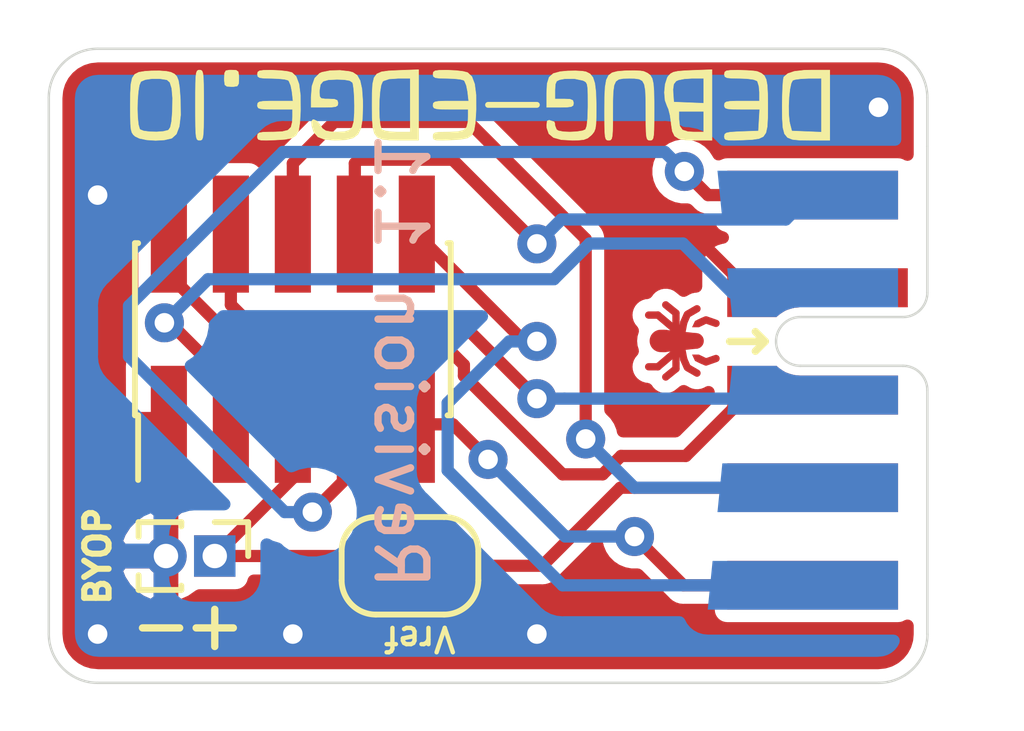
<source format=kicad_pcb>
(kicad_pcb (version 20171130) (host pcbnew 5.1.6)

  (general
    (thickness 1.6)
    (drawings 13)
    (tracks 88)
    (zones 0)
    (modules 5)
    (nets 12)
  )

  (page A4)
  (title_block
    (title "DebugEdge Adapter")
    (date 2020-08-27)
    (rev 1)
    (company debug-edge.io)
    (comment 1 "Brainchild of @tannewt, @_nitz, and @GregDavill")
  )

  (layers
    (0 F.Cu signal)
    (31 B.Cu signal)
    (32 B.Adhes user)
    (33 F.Adhes user)
    (34 B.Paste user)
    (35 F.Paste user)
    (36 B.SilkS user)
    (37 F.SilkS user)
    (38 B.Mask user)
    (39 F.Mask user)
    (40 Dwgs.User user)
    (41 Cmts.User user)
    (42 Eco1.User user)
    (43 Eco2.User user)
    (44 Edge.Cuts user)
    (45 Margin user)
    (46 B.CrtYd user)
    (47 F.CrtYd user)
    (48 B.Fab user)
    (49 F.Fab user hide)
  )

  (setup
    (last_trace_width 0.25)
    (trace_clearance 0.2)
    (zone_clearance 0.254)
    (zone_45_only no)
    (trace_min 0.2)
    (via_size 0.8)
    (via_drill 0.4)
    (via_min_size 0.4)
    (via_min_drill 0.3)
    (uvia_size 0.3)
    (uvia_drill 0.1)
    (uvias_allowed no)
    (uvia_min_size 0.2)
    (uvia_min_drill 0.1)
    (edge_width 0.05)
    (segment_width 0.2)
    (pcb_text_width 0.3)
    (pcb_text_size 1.5 1.5)
    (mod_edge_width 0.12)
    (mod_text_size 1 1)
    (mod_text_width 0.15)
    (pad_size 1.524 1.524)
    (pad_drill 0.762)
    (pad_to_mask_clearance 0.05)
    (aux_axis_origin 0 0)
    (visible_elements 7FFFFFFF)
    (pcbplotparams
      (layerselection 0x010fc_ffffffff)
      (usegerberextensions false)
      (usegerberattributes true)
      (usegerberadvancedattributes true)
      (creategerberjobfile true)
      (excludeedgelayer true)
      (linewidth 0.100000)
      (plotframeref false)
      (viasonmask false)
      (mode 1)
      (useauxorigin false)
      (hpglpennumber 1)
      (hpglpenspeed 20)
      (hpglpendiameter 15.000000)
      (psnegative false)
      (psa4output false)
      (plotreference true)
      (plotvalue true)
      (plotinvisibletext false)
      (padsonsilk false)
      (subtractmaskfromsilk false)
      (outputformat 1)
      (mirror false)
      (drillshape 1)
      (scaleselection 1)
      (outputdirectory ""))
  )

  (net 0 "")
  (net 1 /~RESET~)
  (net 2 GND)
  (net 3 /SWCLK)
  (net 4 /SWDIO)
  (net 5 VCC)
  (net 6 "Net-(J1-Pad7)")
  (net 7 "Net-(J1-Pad10)")
  (net 8 "Net-(J1-Pad9)")
  (net 9 "Net-(J1-Pad8)")
  (net 10 "Net-(J1-Pad6)")
  (net 11 "Net-(J2-Pad5)")

  (net_class Default "This is the default net class."
    (clearance 0.2)
    (trace_width 0.25)
    (via_dia 0.8)
    (via_drill 0.4)
    (uvia_dia 0.3)
    (uvia_drill 0.1)
    (add_net /SWCLK)
    (add_net /SWDIO)
    (add_net /~RESET~)
    (add_net GND)
    (add_net "Net-(J1-Pad10)")
    (add_net "Net-(J1-Pad6)")
    (add_net "Net-(J1-Pad7)")
    (add_net "Net-(J1-Pad8)")
    (add_net "Net-(J1-Pad9)")
    (add_net "Net-(J2-Pad5)")
    (add_net VCC)
  )

  (module Connector_DebugEdge:DebugEdge_2x05_Host (layer F.Cu) (tedit 5F5EA31C) (tstamp 5F70300B)
    (at 170 95 270)
    (path /5F46B9DC)
    (attr virtual)
    (fp_text reference J2 (at 0.05 -3.2 180 unlocked) (layer F.Fab)
      (effects (font (size 0.5 0.5) (thickness 0.125)))
    )
    (fp_text value DebugEdge_02x05 (at -1.2 -2 90) (layer F.Fab)
      (effects (font (size 1 1) (thickness 0.15)))
    )
    (fp_arc (start 0 0.5) (end 0 0) (angle -90) (layer Edge.Cuts) (width 0.05))
    (fp_arc (start -2 0.5) (end -1.5 0.5) (angle -90) (layer Edge.Cuts) (width 0.05))
    (fp_arc (start -1 2.6) (end -1.5 2.6) (angle -180) (layer Edge.Cuts) (width 0.05))
    (fp_line (start -1.01 5.51) (end -1.01 4.74) (layer F.Cu) (width 0.32))
    (fp_line (start -0.65 4.33) (end -0.58 4.53) (layer F.Cu) (width 0.15))
    (fp_line (start -0.58 4.54) (end -0.64 4.67) (layer F.Cu) (width 0.15))
    (fp_poly (pts (xy -0.67 4.56) (xy -0.73 4.68) (xy -0.73 4.82) (xy -0.6 4.76)
      (xy -0.53 4.61) (xy -0.62 4.64)) (layer F.Cu) (width 0.001))
    (fp_line (start -0.35 4.72) (end -0.46 4.91) (layer F.Cu) (width 0.15))
    (fp_line (start -0.63 4.99) (end -0.47 4.92) (layer F.Cu) (width 0.15))
    (fp_line (start -0.63 4.99) (end -0.89 5.04) (layer F.Cu) (width 0.15))
    (fp_line (start -0.27 5.36) (end -0.44 5.15) (layer F.Cu) (width 0.15))
    (fp_line (start -0.81 5.15) (end -0.44 5.15) (layer F.Cu) (width 0.15))
    (fp_line (start -0.48 5.71) (end -0.48 5.52) (layer F.Cu) (width 0.15))
    (fp_line (start -0.76 5.19) (end -0.48 5.52) (layer F.Cu) (width 0.15))
    (fp_line (start -0.93 5.4) (end -1 4.74) (layer F.Cu) (width 0.3))
    (fp_line (start -1 4.05) (end -1 3.323) (layer F.SilkS) (width 0.153))
    (fp_line (start -0.8 3.523) (end -1 3.323) (layer F.SilkS) (width 0.153))
    (fp_line (start -1 3.323) (end -1.2 3.523) (layer F.SilkS) (width 0.153))
    (fp_line (start -1.5 0.5) (end -1.5 2.6) (layer Edge.Cuts) (width 0.05))
    (fp_line (start -0.5 2.6) (end -0.5 0.5) (layer Edge.Cuts) (width 0.05))
    (fp_line (start -5 0) (end -2 0) (layer Edge.Cuts) (width 0.05))
    (fp_line (start 0 0) (end 5 0) (layer Edge.Cuts) (width 0.05))
    (fp_line (start -5 5) (end 5 5) (layer F.CrtYd) (width 0.05))
    (fp_line (start 5 5) (end 5 -0.5) (layer F.CrtYd) (width 0.05))
    (fp_line (start 5 -0.5) (end -5 -0.5) (layer F.CrtYd) (width 0.05))
    (fp_line (start -5 -0.5) (end -5 5) (layer F.CrtYd) (width 0.05))
    (fp_line (start 5 5) (end -5 5) (layer B.CrtYd) (width 0.05))
    (fp_line (start -5 5) (end -5 -0.5) (layer B.CrtYd) (width 0.05))
    (fp_line (start -5 -0.5) (end 5 -0.5) (layer B.CrtYd) (width 0.05))
    (fp_line (start 5 -0.5) (end 5 5) (layer B.CrtYd) (width 0.05))
    (fp_line (start -1.37 4.33) (end -1.44 4.53) (layer F.Cu) (width 0.15))
    (fp_line (start -1.44 4.54) (end -1.38 4.67) (layer F.Cu) (width 0.15))
    (fp_poly (pts (xy -1.35 4.56) (xy -1.29 4.68) (xy -1.29 4.82) (xy -1.42 4.76)
      (xy -1.49 4.61) (xy -1.4 4.64)) (layer F.Cu) (width 0.001))
    (fp_line (start -1.67 4.72) (end -1.56 4.91) (layer F.Cu) (width 0.15))
    (fp_line (start -1.39 4.99) (end -1.55 4.92) (layer F.Cu) (width 0.15))
    (fp_line (start -1.39 4.99) (end -1.13 5.04) (layer F.Cu) (width 0.15))
    (fp_line (start -1.75 5.36) (end -1.58 5.15) (layer F.Cu) (width 0.15))
    (fp_line (start -1.21 5.15) (end -1.58 5.15) (layer F.Cu) (width 0.15))
    (fp_line (start -1.54 5.71) (end -1.54 5.52) (layer F.Cu) (width 0.15))
    (fp_line (start -1.26 5.19) (end -1.54 5.52) (layer F.Cu) (width 0.15))
    (fp_line (start -1.09 5.4) (end -1.02 4.74) (layer F.Cu) (width 0.3))
    (fp_line (start -1.01 5.46) (end -1.01 5.39) (layer F.Cu) (width 0.46))
    (fp_line (start -0.35 4.72) (end -0.46 4.91) (layer F.Mask) (width 0.15))
    (fp_line (start -0.63 4.99) (end -0.47 4.92) (layer F.Mask) (width 0.15))
    (fp_line (start -0.63 4.99) (end -0.89 5.04) (layer F.Mask) (width 0.15))
    (fp_line (start -0.27 5.36) (end -0.44 5.15) (layer F.Mask) (width 0.15))
    (fp_line (start -0.81 5.15) (end -0.44 5.15) (layer F.Mask) (width 0.15))
    (fp_line (start -0.48 5.71) (end -0.48 5.52) (layer F.Mask) (width 0.15))
    (fp_line (start -0.76 5.19) (end -0.48 5.52) (layer F.Mask) (width 0.15))
    (fp_line (start -0.93 5.4) (end -1 4.74) (layer F.Mask) (width 0.3))
    (fp_line (start -1.37 4.33) (end -1.44 4.53) (layer F.Mask) (width 0.15))
    (fp_line (start -1.44 4.54) (end -1.38 4.67) (layer F.Mask) (width 0.15))
    (fp_poly (pts (xy -1.35 4.56) (xy -1.29 4.68) (xy -1.29 4.82) (xy -1.42 4.76)
      (xy -1.49 4.61) (xy -1.4 4.64)) (layer F.Mask) (width 0.001))
    (fp_line (start -1.67 4.72) (end -1.56 4.91) (layer F.Mask) (width 0.15))
    (fp_line (start -1.39 4.99) (end -1.55 4.92) (layer F.Mask) (width 0.15))
    (fp_line (start -1.39 4.99) (end -1.13 5.04) (layer F.Mask) (width 0.15))
    (fp_line (start -1.75 5.36) (end -1.58 5.15) (layer F.Mask) (width 0.15))
    (fp_line (start -1.21 5.15) (end -1.58 5.15) (layer F.Mask) (width 0.15))
    (fp_line (start -1.54 5.71) (end -1.54 5.52) (layer F.Mask) (width 0.15))
    (fp_line (start -1.26 5.19) (end -1.54 5.52) (layer F.Mask) (width 0.15))
    (fp_line (start -1.09 5.4) (end -1.02 4.74) (layer F.Mask) (width 0.3))
    (fp_line (start -1.01 5.51) (end -1.01 4.74) (layer F.Mask) (width 0.32))
    (fp_line (start -1.01 5.46) (end -1.01 5.39) (layer F.Mask) (width 0.46))
    (fp_line (start -0.65 4.33) (end -0.58 4.53) (layer F.Mask) (width 0.15))
    (fp_line (start -0.58 4.54) (end -0.64 4.67) (layer F.Mask) (width 0.15))
    (fp_poly (pts (xy -0.67 4.56) (xy -0.73 4.68) (xy -0.73 4.82) (xy -0.6 4.76)
      (xy -0.53 4.61) (xy -0.62 4.64)) (layer F.Mask) (width 0.001))
    (pad 1 smd custom (at -2 3.6 270) (size 1 1) (layers F.Cu F.Mask)
      (net 2 GND) (zone_connect 0)
      (options (clearance outline) (anchor rect))
      (primitives
        (gr_poly (pts
           (xy 0.3 -0.99) (xy 0.31 -0.88) (xy 0.33 -0.8) (xy 0.35 -0.74) (xy 0.37 -0.69)
           (xy 0.4 -0.64) (xy 0.44 -0.58) (xy 0.48 -0.53) (xy 0.5 -0.51) (xy 0.5 0.5)
           (xy -0.5 0.5) (xy -0.5 -3.2) (xy 0.3 -3.2)) (width 0))
      ))
    (pad 2 smd custom (at 0 3.6 270) (size 1 1) (layers F.Cu F.Mask)
      (net 4 /SWDIO) (zone_connect 0)
      (options (clearance outline) (anchor rect))
      (primitives
        (gr_poly (pts
           (xy -0.3 -0.99) (xy -0.31 -0.88) (xy -0.33 -0.8) (xy -0.35 -0.74) (xy -0.37 -0.69)
           (xy -0.4 -0.64) (xy -0.44 -0.58) (xy -0.48 -0.53) (xy -0.5 -0.51) (xy -0.5 0.5)
           (xy 0.5 0.5) (xy 0.5 -3) (xy -0.3 -3)) (width 0))
      ))
    (pad 4 smd custom (at 0 2.1 90) (size 0.4 0.4) (layers B.Cu B.Mask)
      (net 1 /~RESET~) (zone_connect 0)
      (options (clearance outline) (anchor rect))
      (primitives
        (gr_poly (pts
           (xy 0.3 -0.51) (xy 0.31 -0.62) (xy 0.33 -0.7) (xy 0.35 -0.76) (xy 0.37 -0.81)
           (xy 0.4 -0.86) (xy 0.44 -0.92) (xy 0.48 -0.97) (xy 0.5 -0.99) (xy 0.5 -1.9)
           (xy -0.5 -2) (xy -0.5 1.5) (xy 0.3 1.5)) (width 0))
      ))
    (pad 3 smd custom (at -2 2.1 90) (size 0.4 0.4) (layers B.Cu B.Mask)
      (net 3 /SWCLK) (zone_connect 0)
      (options (clearance outline) (anchor rect))
      (primitives
        (gr_poly (pts
           (xy -0.3 -0.51) (xy -0.31 -0.62) (xy -0.33 -0.7) (xy -0.35 -0.76) (xy -0.37 -0.81)
           (xy -0.4 -0.86) (xy -0.44 -0.92) (xy -0.48 -0.97) (xy -0.5 -0.99) (xy -0.5 -1.9)
           (xy 0.5 -2) (xy 0.5 1.5) (xy -0.3 1.5)) (width 0))
      ))
    (pad 5 smd rect (at 2 2.35 270) (size 1 3.5) (layers F.Cu F.Mask)
      (net 11 "Net-(J2-Pad5)") (zone_connect 0))
    (pad 10 smd custom (at 4 2.5 90) (size 1 3.8) (layers B.Cu B.Mask)
      (net 7 "Net-(J1-Pad10)") (zone_connect 0)
      (options (clearance outline) (anchor rect))
      (primitives
        (gr_poly (pts
           (xy 0.5 -1.9) (xy -0.5 -2) (xy -0.5 -1.9)) (width 0))
      ))
    (pad 6 smd custom (at 2 2.4 90) (size 1 3.6) (layers B.Cu B.Mask)
      (net 10 "Net-(J1-Pad6)") (zone_connect 0)
      (options (clearance outline) (anchor rect))
      (primitives
        (gr_poly (pts
           (xy 0.5 -1.8) (xy -0.5 -1.9) (xy -0.5 -1.8)) (width 0))
      ))
    (pad 8 smd custom (at -4 2.4 90) (size 1 3.6) (layers B.Cu B.Mask)
      (net 9 "Net-(J1-Pad8)") (zone_connect 0)
      (options (clearance outline) (anchor rect))
      (primitives
        (gr_poly (pts
           (xy 0.5 -1.8) (xy 0.5 -1.9) (xy -0.5 -1.8)) (width 0))
      ))
    (pad 9 smd rect (at 4 2.35 270) (size 1 3.5) (layers F.Cu F.Mask)
      (net 8 "Net-(J1-Pad9)") (zone_connect 0))
    (pad 7 smd rect (at -4 2.35 270) (size 1 3.5) (layers F.Cu F.Mask)
      (net 6 "Net-(J1-Pad7)") (zone_connect 0))
  )

  (module Connector_DebugEdge:DebugEdge_URL_Silk (layer F.Cu) (tedit 5F4720B6) (tstamp 5F47903F)
    (at 161.6 89 180)
    (fp_text reference Ref** (at 0 0) (layer F.SilkS) hide
      (effects (font (size 1.27 1.27) (thickness 0.15)))
    )
    (fp_text value Val** (at 0 0) (layer F.SilkS) hide
      (effects (font (size 1.27 1.27) (thickness 0.15)))
    )
    (fp_poly (pts (xy -5.788741 -0.873953) (xy -5.637963 -0.858851) (xy -5.536218 -0.819084) (xy -5.473894 -0.742712)
      (xy -5.441377 -0.617793) (xy -5.429052 -0.432385) (xy -5.427307 -0.174547) (xy -5.427315 -0.16725)
      (xy -5.429891 0.040668) (xy -5.436456 0.219105) (xy -5.44605 0.350312) (xy -5.457711 0.416542)
      (xy -5.459065 0.419079) (xy -5.539657 0.490602) (xy -5.67472 0.536438) (xy -5.874965 0.55925)
      (xy -6.037717 0.563) (xy -6.400334 0.563) (xy -6.400334 0.393666) (xy -6.231 0.393666)
      (xy -5.966417 0.393018) (xy -5.816959 0.386832) (xy -5.697062 0.371427) (xy -5.641512 0.354193)
      (xy -5.609363 0.293609) (xy -5.583619 0.170962) (xy -5.565738 0.008708) (xy -5.557178 -0.170693)
      (xy -5.559397 -0.344783) (xy -5.573853 -0.491104) (xy -5.583607 -0.537667) (xy -5.622278 -0.685834)
      (xy -6.231 -0.71071) (xy -6.231 0.393666) (xy -6.400334 0.393666) (xy -6.400334 -0.876334)
      (xy -5.998167 -0.876334) (xy -5.788741 -0.873953)) (layer F.SilkS) (width 0.01))
    (fp_poly (pts (xy -4.33112 -0.874235) (xy -4.270346 -0.86226) (xy -4.24579 -0.836834) (xy -4.241334 -0.797591)
      (xy -4.248322 -0.754436) (xy -4.280475 -0.727336) (xy -4.354574 -0.711512) (xy -4.487401 -0.702186)
      (xy -4.590584 -0.698129) (xy -4.939834 -0.685834) (xy -4.952629 -0.463584) (xy -4.965425 -0.241334)
      (xy -4.603379 -0.241334) (xy -4.427777 -0.239776) (xy -4.320315 -0.23253) (xy -4.264484 -0.215736)
      (xy -4.243777 -0.185532) (xy -4.241334 -0.156667) (xy -4.24803 -0.1155) (xy -4.279156 -0.090354)
      (xy -4.351265 -0.077334) (xy -4.480915 -0.072545) (xy -4.601167 -0.072) (xy -4.961 -0.072)
      (xy -4.961 0.110033) (xy -4.949828 0.234777) (xy -4.921889 0.326284) (xy -4.9102 0.342866)
      (xy -4.839644 0.370524) (xy -4.704412 0.388339) (xy -4.550367 0.393666) (xy -4.390649 0.395773)
      (xy -4.297795 0.405336) (xy -4.254042 0.427224) (xy -4.241625 0.466302) (xy -4.241334 0.478333)
      (xy -4.248845 0.522101) (xy -4.28327 0.54716) (xy -4.362448 0.558237) (xy -4.504219 0.560058)
      (xy -4.54825 0.559657) (xy -4.708751 0.554912) (xy -4.840629 0.545594) (xy -4.916624 0.533669)
      (xy -4.918667 0.532967) (xy -5.002131 0.49574) (xy -5.060343 0.446107) (xy -5.097787 0.369494)
      (xy -5.118944 0.251329) (xy -5.128298 0.077039) (xy -5.130334 -0.155137) (xy -5.128967 -0.41204)
      (xy -5.119035 -0.596672) (xy -5.091787 -0.721428) (xy -5.038474 -0.798706) (xy -4.950346 -0.8409)
      (xy -4.818653 -0.860407) (xy -4.634647 -0.869621) (xy -4.625772 -0.869963) (xy -4.444225 -0.875792)
      (xy -4.33112 -0.874235)) (layer F.SilkS) (width 0.01))
    (fp_poly (pts (xy -3.447924 -0.870165) (xy -3.308172 -0.844415) (xy -3.222369 -0.788221) (xy -3.175379 -0.690718)
      (xy -3.15207 -0.541043) (xy -3.149586 -0.512261) (xy -3.12888 -0.361228) (xy -3.096843 -0.234877)
      (xy -3.071494 -0.178998) (xy -3.026649 -0.058173) (xy -3.012834 0.104353) (xy -3.028692 0.272091)
      (xy -3.07287 0.408552) (xy -3.094546 0.441893) (xy -3.140438 0.489079) (xy -3.198808 0.519814)
      (xy -3.288889 0.538626) (xy -3.429917 0.550043) (xy -3.58138 0.556503) (xy -3.987334 0.571172)
      (xy -3.987334 0.393666) (xy -3.818 0.393666) (xy -3.572092 0.393666) (xy -3.424171 0.384591)
      (xy -3.302884 0.361213) (xy -3.251715 0.339214) (xy -3.202698 0.27576) (xy -3.187769 0.168304)
      (xy -3.190708 0.095798) (xy -3.204167 -0.093167) (xy -3.511084 -0.105605) (xy -3.818 -0.118043)
      (xy -3.818 0.393666) (xy -3.987334 0.393666) (xy -3.987334 -0.707) (xy -3.818 -0.707)
      (xy -3.818 -0.283667) (xy -3.31 -0.283667) (xy -3.31 -0.444534) (xy -3.325579 -0.583015)
      (xy -3.38232 -0.66414) (xy -3.495232 -0.700832) (xy -3.6148 -0.707) (xy -3.818 -0.707)
      (xy -3.987334 -0.707) (xy -3.987334 -0.876334) (xy -3.656758 -0.876334) (xy -3.447924 -0.870165)) (layer F.SilkS) (width 0.01))
    (fp_poly (pts (xy -1.837549 -0.872033) (xy -1.814415 -0.850571) (xy -1.799479 -0.799112) (xy -1.790959 -0.704818)
      (xy -1.787069 -0.554853) (xy -1.786026 -0.336378) (xy -1.786 -0.26719) (xy -1.788063 0.011432)
      (xy -1.798463 0.216881) (xy -1.82352 0.360627) (xy -1.869553 0.454141) (xy -1.94288 0.508891)
      (xy -2.049821 0.536347) (xy -2.196696 0.54798) (xy -2.23599 0.549593) (xy -2.392494 0.55167)
      (xy -2.520347 0.546348) (xy -2.590334 0.535157) (xy -2.668797 0.498925) (xy -2.725061 0.454198)
      (xy -2.762799 0.387394) (xy -2.785681 0.28493) (xy -2.79738 0.133224) (xy -2.801567 -0.081308)
      (xy -2.802 -0.247895) (xy -2.801435 -0.490489) (xy -2.798604 -0.66106) (xy -2.791804 -0.77225)
      (xy -2.779331 -0.8367) (xy -2.759483 -0.867052) (xy -2.730556 -0.875949) (xy -2.717334 -0.876334)
      (xy -2.683794 -0.871928) (xy -2.660514 -0.850027) (xy -2.645628 -0.797603) (xy -2.637271 -0.701628)
      (xy -2.633575 -0.549074) (xy -2.632676 -0.326916) (xy -2.632667 -0.285157) (xy -2.631329 -0.03181)
      (xy -2.623254 0.149076) (xy -2.602357 0.269702) (xy -2.562548 0.34227) (xy -2.49774 0.378984)
      (xy -2.401845 0.392046) (xy -2.294 0.393666) (xy -2.167605 0.390983) (xy -2.077361 0.374799)
      (xy -2.01718 0.332912) (xy -1.980975 0.253119) (xy -1.962659 0.123218) (xy -1.956142 -0.068993)
      (xy -1.955334 -0.285157) (xy -1.954703 -0.519343) (xy -1.951566 -0.681893) (xy -1.944058 -0.785833)
      (xy -1.930313 -0.844191) (xy -1.908465 -0.869995) (xy -1.876648 -0.876271) (xy -1.870667 -0.876334)
      (xy -1.837549 -0.872033)) (layer F.SilkS) (width 0.01))
    (fp_poly (pts (xy -0.899058 -0.863143) (xy -0.741092 -0.820003) (xy -0.646015 -0.741565) (xy -0.604765 -0.622481)
      (xy -0.601315 -0.564888) (xy -0.611592 -0.480821) (xy -0.650703 -0.464396) (xy -0.66763 -0.469638)
      (xy -0.735113 -0.492052) (xy -0.752296 -0.495334) (xy -0.766969 -0.530763) (xy -0.77 -0.575471)
      (xy -0.801125 -0.655025) (xy -0.836963 -0.681305) (xy -0.937705 -0.701314) (xy -1.075393 -0.707082)
      (xy -1.21895 -0.700003) (xy -1.337301 -0.681472) (xy -1.396534 -0.6562) (xy -1.423132 -0.583399)
      (xy -1.440118 -0.429851) (xy -1.447151 -0.198968) (xy -1.447334 -0.147153) (xy -1.446627 0.054604)
      (xy -1.442157 0.187912) (xy -1.430398 0.268991) (xy -1.407825 0.314059) (xy -1.370911 0.339334)
      (xy -1.338745 0.352381) (xy -1.167988 0.387951) (xy -0.972477 0.386362) (xy -0.86525 0.366984)
      (xy -0.804422 0.337099) (xy -0.776538 0.273817) (xy -0.77 0.155895) (xy -0.77 -0.029667)
      (xy -0.9605 -0.029667) (xy -1.079548 -0.035207) (xy -1.135842 -0.05821) (xy -1.150928 -0.108252)
      (xy -1.151 -0.114334) (xy -1.142424 -0.160154) (xy -1.104224 -0.1857) (xy -1.01769 -0.196728)
      (xy -0.875834 -0.199) (xy -0.600667 -0.199) (xy -0.600667 0.090772) (xy -0.610934 0.28715)
      (xy -0.651332 0.415919) (xy -0.736257 0.492215) (xy -0.880104 0.531174) (xy -1.032539 0.544842)
      (xy -1.192223 0.547747) (xy -1.331976 0.540116) (xy -1.404662 0.527719) (xy -1.488329 0.486208)
      (xy -1.547664 0.412147) (xy -1.586274 0.293285) (xy -1.607766 0.117371) (xy -1.615745 -0.127849)
      (xy -1.616043 -0.190341) (xy -1.615199 -0.39954) (xy -1.609891 -0.542048) (xy -1.596932 -0.635833)
      (xy -1.573134 -0.698861) (xy -1.535308 -0.7491) (xy -1.512758 -0.772425) (xy -1.442674 -0.830318)
      (xy -1.361117 -0.861898) (xy -1.240519 -0.87463) (xy -1.128975 -0.876334) (xy -0.899058 -0.863143)) (layer F.SilkS) (width 0.01))
    (fp_poly (pts (xy 1.649412 -0.873938) (xy 1.704374 -0.860229) (xy 1.724869 -0.831498) (xy 1.727666 -0.796011)
      (xy 1.721097 -0.750505) (xy 1.68959 -0.723856) (xy 1.615448 -0.711078) (xy 1.480974 -0.707186)
      (xy 1.411656 -0.707) (xy 1.2235 -0.699947) (xy 1.104254 -0.670917) (xy 1.038777 -0.608102)
      (xy 1.011924 -0.499698) (xy 1.008 -0.392284) (xy 1.008 -0.241334) (xy 1.367833 -0.241334)
      (xy 1.542794 -0.239758) (xy 1.649665 -0.232435) (xy 1.704999 -0.215468) (xy 1.725352 -0.184962)
      (xy 1.727666 -0.156667) (xy 1.72106 -0.115751) (xy 1.690282 -0.090643) (xy 1.618896 -0.077534)
      (xy 1.490464 -0.072613) (xy 1.362327 -0.072) (xy 0.996988 -0.072) (xy 1.019051 0.123735)
      (xy 1.043882 0.248554) (xy 1.081031 0.336946) (xy 1.09864 0.35592) (xy 1.168447 0.37464)
      (xy 1.294837 0.388018) (xy 1.441916 0.393018) (xy 1.594291 0.39583) (xy 1.680444 0.407056)
      (xy 1.718769 0.43219) (xy 1.727662 0.476723) (xy 1.727666 0.478333) (xy 1.720123 0.522116)
      (xy 1.685603 0.54723) (xy 1.60627 0.558428) (xy 1.464287 0.560464) (xy 1.42075 0.560134)
      (xy 1.254103 0.552472) (xy 1.110108 0.535102) (xy 1.019466 0.511754) (xy 1.018458 0.511276)
      (xy 0.932586 0.429235) (xy 0.875802 0.277865) (xy 0.847372 0.053672) (xy 0.846563 -0.246839)
      (xy 0.848697 -0.297013) (xy 0.862748 -0.522236) (xy 0.888271 -0.676836) (xy 0.938016 -0.774848)
      (xy 1.024733 -0.830308) (xy 1.161173 -0.857249) (xy 1.360086 -0.869707) (xy 1.369327 -0.870095)
      (xy 1.543293 -0.876077) (xy 1.649412 -0.873938)) (layer F.SilkS) (width 0.01))
    (fp_poly (pts (xy 2.610737 -0.873503) (xy 2.762477 -0.857085) (xy 2.86512 -0.815189) (xy 2.928254 -0.735927)
      (xy 2.961469 -0.607407) (xy 2.974354 -0.41774) (xy 2.9765 -0.161919) (xy 2.975123 0.095571)
      (xy 2.964653 0.280775) (xy 2.935581 0.406075) (xy 2.8784 0.48385) (xy 2.7836 0.526481)
      (xy 2.641673 0.546347) (xy 2.443109 0.55583) (xy 2.424723 0.556503) (xy 2.024 0.571172)
      (xy 2.024 -0.707) (xy 2.193333 -0.707) (xy 2.193333 0.393666) (xy 2.444309 0.393666)
      (xy 2.629314 0.381435) (xy 2.741353 0.343588) (xy 2.761809 0.327142) (xy 2.79249 0.254364)
      (xy 2.814698 0.121025) (xy 2.828064 -0.049759) (xy 2.832218 -0.234874) (xy 2.826791 -0.411204)
      (xy 2.811413 -0.555634) (xy 2.785714 -0.64505) (xy 2.777533 -0.6562) (xy 2.708712 -0.683899)
      (xy 2.582074 -0.702118) (xy 2.460033 -0.707001) (xy 2.193333 -0.707) (xy 2.024 -0.707)
      (xy 2.024 -0.876334) (xy 2.40031 -0.876334) (xy 2.610737 -0.873503)) (layer F.SilkS) (width 0.01))
    (fp_poly (pts (xy 3.944361 -0.860097) (xy 4.085208 -0.806462) (xy 4.171329 -0.708042) (xy 4.20933 -0.590584)
      (xy 4.219265 -0.494058) (xy 4.193683 -0.456307) (xy 4.168614 -0.453) (xy 4.099283 -0.486988)
      (xy 4.051151 -0.54825) (xy 3.994897 -0.634781) (xy 3.92462 -0.682577) (xy 3.814907 -0.702718)
      (xy 3.688607 -0.706352) (xy 3.543563 -0.700058) (xy 3.444672 -0.671266) (xy 3.383273 -0.606624)
      (xy 3.350709 -0.492784) (xy 3.33832 -0.316397) (xy 3.336981 -0.164227) (xy 3.341243 0.019444)
      (xy 3.352151 0.17505) (xy 3.367796 0.280422) (xy 3.37777 0.309) (xy 3.432508 0.347349)
      (xy 3.544939 0.367533) (xy 3.696166 0.3725) (xy 3.871761 0.364874) (xy 3.979361 0.334184)
      (xy 4.034872 0.268714) (xy 4.054202 0.156745) (xy 4.055351 0.107916) (xy 4.051065 0.023365)
      (xy 4.021851 -0.016676) (xy 3.944764 -0.028837) (xy 3.8655 -0.029667) (xy 3.746452 -0.035207)
      (xy 3.690158 -0.05821) (xy 3.675072 -0.108252) (xy 3.675 -0.114334) (xy 3.683576 -0.160154)
      (xy 3.721776 -0.1857) (xy 3.80831 -0.196728) (xy 3.950166 -0.199) (xy 4.225333 -0.199)
      (xy 4.225333 0.006349) (xy 4.207238 0.236992) (xy 4.150928 0.397645) (xy 4.053368 0.495327)
      (xy 4.004278 0.517595) (xy 3.836138 0.551144) (xy 3.634589 0.556937) (xy 3.445093 0.53522)
      (xy 3.369202 0.514169) (xy 3.282892 0.4557) (xy 3.22259 0.347156) (xy 3.185499 0.178898)
      (xy 3.168824 -0.058711) (xy 3.167236 -0.1821) (xy 3.174951 -0.441025) (xy 3.204698 -0.627568)
      (xy 3.26576 -0.75305) (xy 3.367421 -0.82879) (xy 3.518963 -0.86611) (xy 3.729671 -0.876328)
      (xy 3.736566 -0.876334) (xy 3.944361 -0.860097)) (layer F.SilkS) (width 0.01))
    (fp_poly (pts (xy 5.247745 -0.873938) (xy 5.302707 -0.860229) (xy 5.323202 -0.831498) (xy 5.326 -0.796011)
      (xy 5.31943 -0.750505) (xy 5.287923 -0.723856) (xy 5.213781 -0.711078) (xy 5.079308 -0.707186)
      (xy 5.009989 -0.707) (xy 4.821833 -0.699947) (xy 4.702588 -0.670917) (xy 4.63711 -0.608102)
      (xy 4.610258 -0.499698) (xy 4.606333 -0.392284) (xy 4.606333 -0.241334) (xy 4.966166 -0.241334)
      (xy 5.141128 -0.239758) (xy 5.247998 -0.232435) (xy 5.303332 -0.215468) (xy 5.323686 -0.184962)
      (xy 5.326 -0.156667) (xy 5.319393 -0.115751) (xy 5.288615 -0.090643) (xy 5.217229 -0.077534)
      (xy 5.088797 -0.072613) (xy 4.960661 -0.072) (xy 4.595322 -0.072) (xy 4.617384 0.123735)
      (xy 4.642215 0.248554) (xy 4.679365 0.336946) (xy 4.696973 0.35592) (xy 4.766781 0.37464)
      (xy 4.89317 0.388018) (xy 5.04025 0.393018) (xy 5.192624 0.39583) (xy 5.278777 0.407056)
      (xy 5.317103 0.43219) (xy 5.325995 0.476723) (xy 5.326 0.478333) (xy 5.318457 0.522116)
      (xy 5.283937 0.54723) (xy 5.204604 0.558428) (xy 5.06262 0.560464) (xy 5.019083 0.560134)
      (xy 4.852436 0.552472) (xy 4.708441 0.535102) (xy 4.617799 0.511754) (xy 4.616791 0.511276)
      (xy 4.531417 0.428807) (xy 4.474468 0.275583) (xy 4.445279 0.048484) (xy 4.44318 -0.255611)
      (xy 4.444588 -0.294234) (xy 4.45727 -0.520144) (xy 4.482447 -0.675392) (xy 4.532839 -0.773984)
      (xy 4.62117 -0.829926) (xy 4.76016 -0.857223) (xy 4.96253 -0.86988) (xy 4.967661 -0.870095)
      (xy 5.141627 -0.876077) (xy 5.247745 -0.873938)) (layer F.SilkS) (width 0.01))
    (fp_poly (pts (xy 5.950032 0.229459) (xy 5.992191 0.261112) (xy 6.003002 0.3437) (xy 6.003333 0.393666)
      (xy 5.998847 0.502084) (xy 5.971151 0.550266) (xy 5.898887 0.562621) (xy 5.855166 0.563)
      (xy 5.7603 0.557873) (xy 5.718141 0.526221) (xy 5.707331 0.443632) (xy 5.707 0.393666)
      (xy 5.711485 0.285248) (xy 5.739181 0.237066) (xy 5.811446 0.224711) (xy 5.855166 0.224333)
      (xy 5.950032 0.229459)) (layer F.SilkS) (width 0.01))
    (fp_poly (pts (xy 6.542181 -0.872562) (xy 6.564459 -0.853363) (xy 6.579559 -0.806913) (xy 6.588872 -0.721387)
      (xy 6.593788 -0.584962) (xy 6.595699 -0.385814) (xy 6.596 -0.156667) (xy 6.595556 0.105541)
      (xy 6.593297 0.294909) (xy 6.587832 0.423258) (xy 6.57777 0.502415) (xy 6.561721 0.544203)
      (xy 6.538291 0.560446) (xy 6.511333 0.563) (xy 6.480485 0.559227) (xy 6.458206 0.540028)
      (xy 6.443106 0.493578) (xy 6.433794 0.408053) (xy 6.428878 0.271628) (xy 6.426967 0.07248)
      (xy 6.426666 -0.156667) (xy 6.42711 -0.418876) (xy 6.429369 -0.608243) (xy 6.434833 -0.736593)
      (xy 6.444895 -0.815749) (xy 6.460945 -0.857537) (xy 6.484374 -0.87378) (xy 6.511333 -0.876334)
      (xy 6.542181 -0.872562)) (layer F.SilkS) (width 0.01))
    (fp_poly (pts (xy 7.591141 -0.867949) (xy 7.743646 -0.836661) (xy 7.82956 -0.795407) (xy 7.870379 -0.758155)
      (xy 7.898248 -0.713908) (xy 7.91563 -0.647049) (xy 7.92499 -0.541956) (xy 7.928792 -0.38301)
      (xy 7.9295 -0.161919) (xy 7.927664 0.093172) (xy 7.917079 0.276144) (xy 7.890129 0.399539)
      (xy 7.839198 0.475896) (xy 7.756667 0.517757) (xy 7.634922 0.537662) (xy 7.499265 0.54646)
      (xy 7.333137 0.547855) (xy 7.185837 0.536654) (xy 7.097057 0.51759) (xy 7.025908 0.482153)
      (xy 6.976859 0.430568) (xy 6.944478 0.346846) (xy 6.923333 0.215001) (xy 6.907992 0.019045)
      (xy 6.906337 -0.009376) (xy 7.06388 -0.009376) (xy 7.080307 0.187653) (xy 7.118123 0.310828)
      (xy 7.178051 0.364365) (xy 7.179469 0.364752) (xy 7.326723 0.387426) (xy 7.484946 0.387797)
      (xy 7.623432 0.368021) (xy 7.711477 0.330255) (xy 7.714809 0.327142) (xy 7.74549 0.254364)
      (xy 7.767698 0.121025) (xy 7.781064 -0.049759) (xy 7.785218 -0.234874) (xy 7.779791 -0.411204)
      (xy 7.764413 -0.555634) (xy 7.738714 -0.64505) (xy 7.730533 -0.6562) (xy 7.658971 -0.685006)
      (xy 7.534685 -0.701416) (xy 7.388782 -0.704919) (xy 7.252366 -0.695003) (xy 7.156543 -0.671156)
      (xy 7.146728 -0.665807) (xy 7.109699 -0.610889) (xy 7.084563 -0.494203) (xy 7.069089 -0.304929)
      (xy 7.068118 -0.284473) (xy 7.06388 -0.009376) (xy 6.906337 -0.009376) (xy 6.903921 -0.050834)
      (xy 6.899984 -0.359281) (xy 6.927364 -0.590909) (xy 6.986538 -0.747747) (xy 7.077979 -0.831824)
      (xy 7.087721 -0.835859) (xy 7.233299 -0.869177) (xy 7.411065 -0.87933) (xy 7.591141 -0.867949)) (layer F.SilkS) (width 0.01))
    (fp_line (start -0.4 -0.15) (end 0.6 -0.15) (layer F.SilkS) (width 0.12))
  )

  (module Connector_PinHeader_1.00mm:PinHeader_1x02_P1.00mm_Vertical (layer F.Cu) (tedit 59FED738) (tstamp 5F47877A)
    (at 155.4 98.4 270)
    (descr "Through hole straight pin header, 1x02, 1.00mm pitch, single row")
    (tags "Through hole pin header THT 1x02 1.00mm single row")
    (path /5F4762C8)
    (fp_text reference J3 (at 0 2.2 90) (layer F.SilkS) hide
      (effects (font (size 0.5 0.5) (thickness 0.08)))
    )
    (fp_text value "BYOP - Bring Your Own Power" (at 0 4 90) (layer F.Fab)
      (effects (font (size 1 1) (thickness 0.15)))
    )
    (fp_line (start -0.3175 -0.5) (end 0.635 -0.5) (layer F.Fab) (width 0.1))
    (fp_line (start 0.635 -0.5) (end 0.635 1.5) (layer F.Fab) (width 0.1))
    (fp_line (start 0.635 1.5) (end -0.635 1.5) (layer F.Fab) (width 0.1))
    (fp_line (start -0.635 1.5) (end -0.635 -0.1825) (layer F.Fab) (width 0.1))
    (fp_line (start -0.635 -0.1825) (end -0.3175 -0.5) (layer F.Fab) (width 0.1))
    (fp_line (start -0.695 1.56) (end -0.394493 1.56) (layer F.SilkS) (width 0.12))
    (fp_line (start 0.394493 1.56) (end 0.695 1.56) (layer F.SilkS) (width 0.12))
    (fp_line (start -0.695 0.685) (end -0.695 1.56) (layer F.SilkS) (width 0.12))
    (fp_line (start 0.695 0.685) (end 0.695 1.56) (layer F.SilkS) (width 0.12))
    (fp_line (start -0.695 0.685) (end -0.608276 0.685) (layer F.SilkS) (width 0.12))
    (fp_line (start 0.608276 0.685) (end 0.695 0.685) (layer F.SilkS) (width 0.12))
    (fp_line (start -0.695 0) (end -0.695 -0.685) (layer F.SilkS) (width 0.12))
    (fp_line (start -0.695 -0.685) (end 0 -0.685) (layer F.SilkS) (width 0.12))
    (fp_line (start -1.15 -1) (end -1.15 2) (layer F.CrtYd) (width 0.05))
    (fp_line (start -1.15 2) (end 1.15 2) (layer F.CrtYd) (width 0.05))
    (fp_line (start 1.15 2) (end 1.15 -1) (layer F.CrtYd) (width 0.05))
    (fp_line (start 1.15 -1) (end -1.15 -1) (layer F.CrtYd) (width 0.05))
    (fp_text user %R (at 0 0.5) (layer F.Fab)
      (effects (font (size 0.76 0.76) (thickness 0.114)))
    )
    (pad 2 thru_hole oval (at 0 1 270) (size 0.85 0.85) (drill 0.5) (layers *.Cu *.Mask)
      (net 2 GND))
    (pad 1 thru_hole rect (at 0 0 270) (size 0.85 0.85) (drill 0.5) (layers *.Cu *.Mask)
      (net 5 VCC))
    (model ${KISYS3DMOD}/Connector_PinHeader_1.00mm.3dshapes/PinHeader_1x02_P1.00mm_Vertical.wrl
      (at (xyz 0 0 0))
      (scale (xyz 1 1 1))
      (rotate (xyz 0 0 0))
    )
  )

  (module Jumper:SolderJumper-2_P1.3mm_Bridged_RoundedPad1.0x1.5mm (layer F.Cu) (tedit 5C745284) (tstamp 5F478997)
    (at 159.4 98.6)
    (descr "SMD Solder Jumper, 1x1.5mm, rounded Pads, 0.3mm gap, bridged with 1 copper strip")
    (tags "solder jumper open")
    (path /5F47209A)
    (attr virtual)
    (fp_text reference JP1 (at 0 -1.8) (layer F.SilkS) hide
      (effects (font (size 1 1) (thickness 0.15)))
    )
    (fp_text value SolderJumper_2_Bridged (at 0.6 2.4) (layer F.Fab)
      (effects (font (size 0.3 0.3) (thickness 0.075)))
    )
    (fp_line (start -1.4 0.3) (end -1.4 -0.3) (layer F.SilkS) (width 0.12))
    (fp_line (start 0.7 1) (end -0.7 1) (layer F.SilkS) (width 0.12))
    (fp_line (start 1.4 -0.3) (end 1.4 0.3) (layer F.SilkS) (width 0.12))
    (fp_line (start -0.7 -1) (end 0.7 -1) (layer F.SilkS) (width 0.12))
    (fp_line (start -1.65 -1.25) (end 1.65 -1.25) (layer F.CrtYd) (width 0.05))
    (fp_line (start -1.65 -1.25) (end -1.65 1.25) (layer F.CrtYd) (width 0.05))
    (fp_line (start 1.65 1.25) (end 1.65 -1.25) (layer F.CrtYd) (width 0.05))
    (fp_line (start 1.65 1.25) (end -1.65 1.25) (layer F.CrtYd) (width 0.05))
    (fp_poly (pts (xy 0.25 -0.3) (xy -0.25 -0.3) (xy -0.25 0.3) (xy 0.25 0.3)) (layer F.Cu) (width 0))
    (fp_arc (start -0.7 -0.3) (end -0.7 -1) (angle -90) (layer F.SilkS) (width 0.12))
    (fp_arc (start -0.7 0.3) (end -1.4 0.3) (angle -90) (layer F.SilkS) (width 0.12))
    (fp_arc (start 0.7 0.3) (end 0.7 1) (angle -90) (layer F.SilkS) (width 0.12))
    (fp_arc (start 0.7 -0.3) (end 1.4 -0.3) (angle -90) (layer F.SilkS) (width 0.12))
    (pad 1 smd custom (at -0.65 0) (size 1 0.5) (layers F.Cu F.Mask)
      (net 5 VCC) (zone_connect 2)
      (options (clearance outline) (anchor rect))
      (primitives
        (gr_circle (center 0 0.25) (end 0.5 0.25) (width 0))
        (gr_circle (center 0 -0.25) (end 0.5 -0.25) (width 0))
        (gr_poly (pts
           (xy 0 -0.75) (xy 0.5 -0.75) (xy 0.5 0.75) (xy 0 0.75)) (width 0))
      ))
    (pad 2 smd custom (at 0.65 0) (size 1 0.5) (layers F.Cu F.Mask)
      (net 11 "Net-(J2-Pad5)") (zone_connect 2)
      (options (clearance outline) (anchor rect))
      (primitives
        (gr_circle (center 0 0.25) (end 0.5 0.25) (width 0))
        (gr_circle (center 0 -0.25) (end 0.5 -0.25) (width 0))
        (gr_poly (pts
           (xy 0 -0.75) (xy -0.5 -0.75) (xy -0.5 0.75) (xy 0 0.75)) (width 0))
      ))
  )

  (module Connector_PinHeader_1.27mm:PinHeader_2x05_P1.27mm_Vertical_SMD (layer F.Cu) (tedit 59FED6E3) (tstamp 5F478F5D)
    (at 157 93.75 90)
    (descr "surface-mounted straight pin header, 2x05, 1.27mm pitch, double rows")
    (tags "Surface mounted pin header SMD 2x05 1.27mm double row")
    (path /5F47310F)
    (attr smd)
    (fp_text reference J1 (at 0 -3.8 270) (layer F.SilkS) hide
      (effects (font (size 0.5 0.5) (thickness 0.125)))
    )
    (fp_text value "Upstream Host Connector" (at -1.45 -7.4 90) (layer F.Fab)
      (effects (font (size 1 1) (thickness 0.15)))
    )
    (fp_line (start 4.3 -3.7) (end -4.3 -3.7) (layer F.CrtYd) (width 0.05))
    (fp_line (start 4.3 3.7) (end 4.3 -3.7) (layer F.CrtYd) (width 0.05))
    (fp_line (start -4.3 3.7) (end 4.3 3.7) (layer F.CrtYd) (width 0.05))
    (fp_line (start -4.3 -3.7) (end -4.3 3.7) (layer F.CrtYd) (width 0.05))
    (fp_line (start 1.765 3.17) (end 1.765 3.235) (layer F.SilkS) (width 0.12))
    (fp_line (start -1.765 3.17) (end -1.765 3.235) (layer F.SilkS) (width 0.12))
    (fp_line (start 1.765 -3.235) (end 1.765 -3.17) (layer F.SilkS) (width 0.12))
    (fp_line (start -1.765 -3.235) (end -1.765 -3.17) (layer F.SilkS) (width 0.12))
    (fp_line (start -3.09 -3.17) (end -1.765 -3.17) (layer F.SilkS) (width 0.12))
    (fp_line (start -1.765 3.235) (end 1.765 3.235) (layer F.SilkS) (width 0.12))
    (fp_line (start -1.765 -3.235) (end 1.765 -3.235) (layer F.SilkS) (width 0.12))
    (fp_line (start 2.75 2.74) (end 1.705 2.74) (layer F.Fab) (width 0.1))
    (fp_line (start 2.75 2.34) (end 2.75 2.74) (layer F.Fab) (width 0.1))
    (fp_line (start 1.705 2.34) (end 2.75 2.34) (layer F.Fab) (width 0.1))
    (fp_line (start -2.75 2.74) (end -1.705 2.74) (layer F.Fab) (width 0.1))
    (fp_line (start -2.75 2.34) (end -2.75 2.74) (layer F.Fab) (width 0.1))
    (fp_line (start -1.705 2.34) (end -2.75 2.34) (layer F.Fab) (width 0.1))
    (fp_line (start 2.75 1.47) (end 1.705 1.47) (layer F.Fab) (width 0.1))
    (fp_line (start 2.75 1.07) (end 2.75 1.47) (layer F.Fab) (width 0.1))
    (fp_line (start 1.705 1.07) (end 2.75 1.07) (layer F.Fab) (width 0.1))
    (fp_line (start -2.75 1.47) (end -1.705 1.47) (layer F.Fab) (width 0.1))
    (fp_line (start -2.75 1.07) (end -2.75 1.47) (layer F.Fab) (width 0.1))
    (fp_line (start -1.705 1.07) (end -2.75 1.07) (layer F.Fab) (width 0.1))
    (fp_line (start 2.75 0.2) (end 1.705 0.2) (layer F.Fab) (width 0.1))
    (fp_line (start 2.75 -0.2) (end 2.75 0.2) (layer F.Fab) (width 0.1))
    (fp_line (start 1.705 -0.2) (end 2.75 -0.2) (layer F.Fab) (width 0.1))
    (fp_line (start -2.75 0.2) (end -1.705 0.2) (layer F.Fab) (width 0.1))
    (fp_line (start -2.75 -0.2) (end -2.75 0.2) (layer F.Fab) (width 0.1))
    (fp_line (start -1.705 -0.2) (end -2.75 -0.2) (layer F.Fab) (width 0.1))
    (fp_line (start 2.75 -1.07) (end 1.705 -1.07) (layer F.Fab) (width 0.1))
    (fp_line (start 2.75 -1.47) (end 2.75 -1.07) (layer F.Fab) (width 0.1))
    (fp_line (start 1.705 -1.47) (end 2.75 -1.47) (layer F.Fab) (width 0.1))
    (fp_line (start -2.75 -1.07) (end -1.705 -1.07) (layer F.Fab) (width 0.1))
    (fp_line (start -2.75 -1.47) (end -2.75 -1.07) (layer F.Fab) (width 0.1))
    (fp_line (start -1.705 -1.47) (end -2.75 -1.47) (layer F.Fab) (width 0.1))
    (fp_line (start 2.75 -2.34) (end 1.705 -2.34) (layer F.Fab) (width 0.1))
    (fp_line (start 2.75 -2.74) (end 2.75 -2.34) (layer F.Fab) (width 0.1))
    (fp_line (start 1.705 -2.74) (end 2.75 -2.74) (layer F.Fab) (width 0.1))
    (fp_line (start -2.75 -2.34) (end -1.705 -2.34) (layer F.Fab) (width 0.1))
    (fp_line (start -2.75 -2.74) (end -2.75 -2.34) (layer F.Fab) (width 0.1))
    (fp_line (start -1.705 -2.74) (end -2.75 -2.74) (layer F.Fab) (width 0.1))
    (fp_line (start 1.705 -3.175) (end 1.705 3.175) (layer F.Fab) (width 0.1))
    (fp_line (start -1.705 -2.74) (end -1.27 -3.175) (layer F.Fab) (width 0.1))
    (fp_line (start -1.705 3.175) (end -1.705 -2.74) (layer F.Fab) (width 0.1))
    (fp_line (start -1.27 -3.175) (end 1.705 -3.175) (layer F.Fab) (width 0.1))
    (fp_line (start 1.705 3.175) (end -1.705 3.175) (layer F.Fab) (width 0.1))
    (fp_text user %R (at 0 0 180) (layer F.Fab)
      (effects (font (size 1 1) (thickness 0.15)))
    )
    (pad 10 smd rect (at 1.95 2.54 90) (size 2.4 0.74) (layers F.Cu F.Paste F.Mask)
      (net 7 "Net-(J1-Pad10)"))
    (pad 9 smd rect (at -1.95 2.54 90) (size 2.4 0.74) (layers F.Cu F.Paste F.Mask)
      (net 8 "Net-(J1-Pad9)"))
    (pad 8 smd rect (at 1.95 1.27 90) (size 2.4 0.74) (layers F.Cu F.Paste F.Mask)
      (net 9 "Net-(J1-Pad8)"))
    (pad 7 smd rect (at -1.95 1.27 90) (size 2.4 0.74) (layers F.Cu F.Paste F.Mask)
      (net 6 "Net-(J1-Pad7)"))
    (pad 6 smd rect (at 1.95 0 90) (size 2.4 0.74) (layers F.Cu F.Paste F.Mask)
      (net 10 "Net-(J1-Pad6)"))
    (pad 5 smd rect (at -1.95 0 90) (size 2.4 0.74) (layers F.Cu F.Paste F.Mask)
      (net 5 VCC))
    (pad 4 smd rect (at 1.95 -1.27 90) (size 2.4 0.74) (layers F.Cu F.Paste F.Mask)
      (net 1 /~RESET~))
    (pad 3 smd rect (at -1.95 -1.27 90) (size 2.4 0.74) (layers F.Cu F.Paste F.Mask)
      (net 3 /SWCLK))
    (pad 2 smd rect (at 1.95 -2.54 90) (size 2.4 0.74) (layers F.Cu F.Paste F.Mask)
      (net 4 /SWDIO))
    (pad 1 smd rect (at -1.95 -2.54 90) (size 2.4 0.74) (layers F.Cu F.Paste F.Mask)
      (net 2 GND))
    (model ${KISYS3DMOD}/Connector_PinHeader_1.27mm.3dshapes/PinHeader_2x05_P1.27mm_Vertical_SMD.wrl
      (at (xyz 0 0 0))
      (scale (xyz 1 1 1))
      (rotate (xyz 0 0 0))
    )
  )

  (gr_text + (at 155.4 99.8) (layer F.SilkS)
    (effects (font (size 1 1) (thickness 0.15)))
  )
  (gr_text - (at 154.3 99.8) (layer F.SilkS)
    (effects (font (size 1 1) (thickness 0.15)))
  )
  (gr_arc (start 153 100) (end 152 100) (angle -90) (layer Edge.Cuts) (width 0.05))
  (gr_arc (start 169.0022 100) (end 169.0022 101) (angle -90) (layer Edge.Cuts) (width 0.05))
  (gr_arc (start 169 89) (end 170 89) (angle -90) (layer Edge.Cuts) (width 0.05))
  (gr_arc (start 153 89) (end 153 88) (angle -90) (layer Edge.Cuts) (width 0.05))
  (gr_text "Revision 1.1" (at 159.2 94.4 270) (layer B.SilkS)
    (effects (font (size 1 1) (thickness 0.15)) (justify mirror))
  )
  (gr_text Vref (at 159.6 100.1 180) (layer F.SilkS) (tstamp 5F478BF1)
    (effects (font (size 0.5 0.5) (thickness 0.09)))
  )
  (gr_text BYOP (at 153 98.4 90) (layer F.SilkS)
    (effects (font (size 0.5 0.5) (thickness 0.125)))
  )
  (gr_line (start 153 101) (end 169 101) (layer Edge.Cuts) (width 0.05) (tstamp 5F4644F1))
  (gr_line (start 152 89) (end 152 100) (layer Edge.Cuts) (width 0.05))
  (gr_line (start 169 88) (end 153 88) (layer Edge.Cuts) (width 0.05))
  (gr_line (start 170 90) (end 170 89) (layer Edge.Cuts) (width 0.05))

  (via (at 162 95.173078) (size 0.8) (drill 0.4) (layers F.Cu B.Cu) (net 1))
  (segment (start 155.73 91.8) (end 155.73 93.25) (width 0.25) (layer F.Cu) (net 1))
  (segment (start 155.73 93.25) (end 156.0155 93.5355) (width 0.25) (layer F.Cu) (net 1))
  (segment (start 167.5 95) (end 167.326922 95.173078) (width 0.25) (layer B.Cu) (net 1))
  (segment (start 156.0155 93.5355) (end 160.362422 93.5355) (width 0.25) (layer F.Cu) (net 1))
  (segment (start 160.362422 93.5355) (end 162 95.173078) (width 0.25) (layer F.Cu) (net 1))
  (segment (start 167.326922 95.173078) (end 162.565685 95.173078) (width 0.25) (layer B.Cu) (net 1))
  (segment (start 162.565685 95.173078) (end 162 95.173078) (width 0.25) (layer B.Cu) (net 1))
  (via (at 169 89.2) (size 0.8) (drill 0.4) (layers F.Cu B.Cu) (net 2))
  (via (at 162 100) (size 0.8) (drill 0.4) (layers F.Cu B.Cu) (net 2))
  (via (at 157 100) (size 0.8) (drill 0.4) (layers F.Cu B.Cu) (net 2))
  (via (at 153 100) (size 0.8) (drill 0.4) (layers F.Cu B.Cu) (net 2))
  (via (at 153 91) (size 0.8) (drill 0.4) (layers F.Cu B.Cu) (net 2) (tstamp 5F703C7E))
  (segment (start 166.4 93) (end 165.5 92.1) (width 0.25) (layer F.Cu) (net 2))
  (segment (start 165.5 92.1) (end 164.4 92.1) (width 0.25) (layer F.Cu) (net 2))
  (via (at 154.368135 93.618442) (size 0.8) (drill 0.4) (layers F.Cu B.Cu) (net 3))
  (segment (start 154.478442 93.618442) (end 154.368135 93.618442) (width 0.25) (layer F.Cu) (net 3))
  (segment (start 155.73 95.7) (end 155.73 94.87) (width 0.25) (layer F.Cu) (net 3))
  (segment (start 155.73 94.87) (end 154.478442 93.618442) (width 0.25) (layer F.Cu) (net 3))
  (segment (start 155.261575 92.725002) (end 162.348003 92.725002) (width 0.25) (layer B.Cu) (net 3))
  (segment (start 154.368135 93.618442) (end 155.261575 92.725002) (width 0.25) (layer B.Cu) (net 3))
  (segment (start 162.348003 92.725002) (end 163.080065 91.99294) (width 0.25) (layer B.Cu) (net 3))
  (segment (start 166 93) (end 167.5 93) (width 0.25) (layer B.Cu) (net 3))
  (segment (start 163.080065 91.99294) (end 164.99294 91.99294) (width 0.25) (layer B.Cu) (net 3))
  (segment (start 164.99294 91.99294) (end 166 93) (width 0.25) (layer B.Cu) (net 3))
  (segment (start 154.46 92.63) (end 154.46 91.8) (width 0.25) (layer F.Cu) (net 4))
  (segment (start 155.815511 93.985511) (end 154.46 92.63) (width 0.25) (layer F.Cu) (net 4))
  (segment (start 160.505192 94.705192) (end 160.505192 94.482016) (width 0.25) (layer F.Cu) (net 4))
  (segment (start 162.525001 96.725001) (end 160.505192 94.705192) (width 0.25) (layer F.Cu) (net 4))
  (segment (start 163.348001 96.725001) (end 162.525001 96.725001) (width 0.25) (layer F.Cu) (net 4))
  (segment (start 163.725001 96.348001) (end 163.348001 96.725001) (width 0.25) (layer F.Cu) (net 4))
  (segment (start 160.505192 94.482016) (end 160.008687 93.985511) (width 0.25) (layer F.Cu) (net 4))
  (segment (start 165.051999 96.348001) (end 163.725001 96.348001) (width 0.25) (layer F.Cu) (net 4))
  (segment (start 160.008687 93.985511) (end 155.815511 93.985511) (width 0.25) (layer F.Cu) (net 4))
  (segment (start 166.4 95) (end 165.051999 96.348001) (width 0.25) (layer F.Cu) (net 4))
  (segment (start 158.55 98.4) (end 158.75 98.6) (width 0.25) (layer F.Cu) (net 5))
  (segment (start 155.4 98.4) (end 158.55 98.4) (width 0.25) (layer F.Cu) (net 5))
  (segment (start 157 96.8) (end 157 95.7) (width 0.25) (layer F.Cu) (net 5))
  (segment (start 155.4 98.4) (end 157 96.8) (width 0.25) (layer F.Cu) (net 5))
  (segment (start 158.27 96.63) (end 157.4 97.5) (width 0.25) (layer F.Cu) (net 6))
  (via (at 157.4 97.5) (size 0.8) (drill 0.4) (layers F.Cu B.Cu) (net 6))
  (segment (start 158.27 95.7) (end 158.27 96.63) (width 0.25) (layer F.Cu) (net 6))
  (segment (start 156.798134 90.115441) (end 164.621261 90.115441) (width 0.25) (layer B.Cu) (net 6))
  (via (at 165.02126 90.51544) (size 0.8) (drill 0.4) (layers F.Cu B.Cu) (net 6))
  (segment (start 157.4 97.5) (end 156.834315 97.5) (width 0.25) (layer B.Cu) (net 6))
  (segment (start 156.834315 97.5) (end 153.643134 94.308819) (width 0.25) (layer B.Cu) (net 6))
  (segment (start 153.643134 94.308819) (end 153.643134 93.270441) (width 0.25) (layer B.Cu) (net 6))
  (segment (start 164.621261 90.115441) (end 165.02126 90.51544) (width 0.25) (layer B.Cu) (net 6))
  (segment (start 167.65 91) (end 165.50582 91) (width 0.25) (layer F.Cu) (net 6))
  (segment (start 153.643134 93.270441) (end 156.798134 90.115441) (width 0.25) (layer B.Cu) (net 6))
  (segment (start 165.50582 91) (end 165.02126 90.51544) (width 0.25) (layer F.Cu) (net 6))
  (segment (start 167.5 99) (end 167.6 99) (width 0.25) (layer B.Cu) (net 7))
  (via (at 162 93.999976) (size 0.8) (drill 0.4) (layers F.Cu B.Cu) (net 7))
  (segment (start 161.739976 93.999976) (end 162 93.999976) (width 0.25) (layer F.Cu) (net 7))
  (segment (start 159.54 91.8) (end 161.739976 93.999976) (width 0.25) (layer F.Cu) (net 7))
  (segment (start 167.5 99) (end 162.526988 99) (width 0.25) (layer B.Cu) (net 7))
  (segment (start 160.171923 95.262368) (end 161.434315 93.999976) (width 0.25) (layer B.Cu) (net 7))
  (segment (start 162.526988 99) (end 160.171923 96.644935) (width 0.25) (layer B.Cu) (net 7))
  (segment (start 160.171923 96.644935) (end 160.171923 95.262368) (width 0.25) (layer B.Cu) (net 7))
  (segment (start 161.434315 93.999976) (end 162 93.999976) (width 0.25) (layer B.Cu) (net 7))
  (segment (start 160.280677 95.7) (end 161 96.419323) (width 0.25) (layer F.Cu) (net 8))
  (segment (start 159.54 95.7) (end 160.280677 95.7) (width 0.25) (layer F.Cu) (net 8))
  (via (at 161 96.419323) (size 0.8) (drill 0.4) (layers F.Cu B.Cu) (net 8))
  (via (at 164 98) (size 0.8) (drill 0.4) (layers F.Cu B.Cu) (net 8))
  (segment (start 167.65 99) (end 165 99) (width 0.25) (layer F.Cu) (net 8))
  (segment (start 165 99) (end 164 98) (width 0.25) (layer F.Cu) (net 8))
  (segment (start 161 96.419323) (end 162.580677 98) (width 0.25) (layer B.Cu) (net 8))
  (segment (start 162.580677 98) (end 164 98) (width 0.25) (layer B.Cu) (net 8))
  (via (at 161.999932 92) (size 0.8) (drill 0.4) (layers F.Cu B.Cu) (net 9))
  (segment (start 167.6 91) (end 167.1 91.5) (width 0.25) (layer B.Cu) (net 9))
  (segment (start 160.274931 90.274999) (end 161.999932 92) (width 0.25) (layer F.Cu) (net 9))
  (segment (start 158.345001 90.274999) (end 160.274931 90.274999) (width 0.25) (layer F.Cu) (net 9))
  (segment (start 158.27 90.35) (end 158.345001 90.274999) (width 0.25) (layer F.Cu) (net 9))
  (segment (start 158.27 91.8) (end 158.27 90.35) (width 0.25) (layer F.Cu) (net 9))
  (segment (start 162.499932 91.5) (end 161.999932 92) (width 0.25) (layer B.Cu) (net 9))
  (segment (start 167.1 91.5) (end 162.499932 91.5) (width 0.25) (layer B.Cu) (net 9))
  (via (at 163 96) (size 0.8) (drill 0.4) (layers F.Cu B.Cu) (net 10))
  (segment (start 164 97) (end 163.399999 96.399999) (width 0.25) (layer B.Cu) (net 10))
  (segment (start 163.399999 96.399999) (end 163 96) (width 0.25) (layer B.Cu) (net 10))
  (segment (start 167.5 97) (end 164 97) (width 0.25) (layer B.Cu) (net 10))
  (segment (start 160.6 89.5) (end 163 91.9) (width 0.25) (layer F.Cu) (net 10))
  (segment (start 157.85 89.5) (end 160.6 89.5) (width 0.25) (layer F.Cu) (net 10))
  (segment (start 157 90.35) (end 157.85 89.5) (width 0.25) (layer F.Cu) (net 10))
  (segment (start 163 91.9) (end 163 96) (width 0.25) (layer F.Cu) (net 10))
  (segment (start 157 91.8) (end 157 90.35) (width 0.25) (layer F.Cu) (net 10))
  (segment (start 162.109413 98.6) (end 163.709413 97) (width 0.25) (layer F.Cu) (net 11))
  (segment (start 163.709413 97) (end 167.65 97) (width 0.25) (layer F.Cu) (net 11))
  (segment (start 160.05 98.6) (end 162.109413 98.6) (width 0.25) (layer F.Cu) (net 11))

  (zone (net 2) (net_name GND) (layer B.Cu) (tstamp 5F703D49) (hatch edge 0.508)
    (connect_pads (clearance 0.508))
    (min_thickness 0.254)
    (fill yes (arc_segments 32) (thermal_gap 0.508) (thermal_bridge_width 0.508))
    (polygon
      (pts
        (xy 172 102) (xy 151 102) (xy 151 87) (xy 172 87)
      )
    )
    (filled_polygon
      (pts
        (xy 169.065424 88.66958) (xy 169.128356 88.68858) (xy 169.186405 88.719445) (xy 169.237343 88.760989) (xy 169.279248 88.811644)
        (xy 169.310515 88.869471) (xy 169.329956 88.932272) (xy 169.340001 89.027844) (xy 169.34 89.861928) (xy 165.829381 89.861928)
        (xy 165.825197 89.855666) (xy 165.681034 89.711503) (xy 165.511516 89.598235) (xy 165.323158 89.520214) (xy 165.123199 89.48044)
        (xy 165.045486 89.48044) (xy 164.913508 89.409895) (xy 164.770247 89.366438) (xy 164.658594 89.355441) (xy 164.658583 89.355441)
        (xy 164.621261 89.351765) (xy 164.583939 89.355441) (xy 156.835459 89.355441) (xy 156.798134 89.351765) (xy 156.760809 89.355441)
        (xy 156.760801 89.355441) (xy 156.649148 89.366438) (xy 156.505887 89.409895) (xy 156.373858 89.480467) (xy 156.258133 89.57544)
        (xy 156.234335 89.604438) (xy 153.132132 92.706642) (xy 153.103134 92.73044) (xy 153.079336 92.759438) (xy 153.079335 92.759439)
        (xy 153.00816 92.846165) (xy 152.937588 92.978195) (xy 152.910522 93.067422) (xy 152.894132 93.121455) (xy 152.88828 93.180867)
        (xy 152.879458 93.270441) (xy 152.883135 93.307773) (xy 152.883134 94.271496) (xy 152.879458 94.308819) (xy 152.883134 94.346141)
        (xy 152.883134 94.346151) (xy 152.894131 94.457804) (xy 152.93309 94.586238) (xy 152.937588 94.601065) (xy 153.00816 94.733095)
        (xy 153.038348 94.769879) (xy 153.103133 94.84882) (xy 153.132137 94.872623) (xy 155.59644 97.336928) (xy 154.975 97.336928)
        (xy 154.850518 97.349188) (xy 154.73082 97.385498) (xy 154.722083 97.390168) (xy 154.690062 97.38046) (xy 154.527 97.507743)
        (xy 154.527 97.521201) (xy 154.523815 97.523815) (xy 154.444463 97.620506) (xy 154.385498 97.73082) (xy 154.349188 97.850518)
        (xy 154.336928 97.975) (xy 154.336928 98.825) (xy 154.349188 98.949482) (xy 154.385498 99.06918) (xy 154.444463 99.179494)
        (xy 154.523815 99.276185) (xy 154.527 99.278799) (xy 154.527 99.292257) (xy 154.690062 99.41954) (xy 154.722083 99.409832)
        (xy 154.73082 99.414502) (xy 154.850518 99.450812) (xy 154.975 99.463072) (xy 155.825 99.463072) (xy 155.949482 99.450812)
        (xy 156.06918 99.414502) (xy 156.179494 99.355537) (xy 156.276185 99.276185) (xy 156.355537 99.179494) (xy 156.414502 99.06918)
        (xy 156.450812 98.949482) (xy 156.463072 98.825) (xy 156.463072 98.163321) (xy 156.542068 98.205546) (xy 156.685276 98.248987)
        (xy 156.740226 98.303937) (xy 156.909744 98.417205) (xy 157.098102 98.495226) (xy 157.298061 98.535) (xy 157.501939 98.535)
        (xy 157.701898 98.495226) (xy 157.890256 98.417205) (xy 158.059774 98.303937) (xy 158.203937 98.159774) (xy 158.317205 97.990256)
        (xy 158.395226 97.801898) (xy 158.435 97.601939) (xy 158.435 97.398061) (xy 158.395226 97.198102) (xy 158.317205 97.009744)
        (xy 158.203937 96.840226) (xy 158.059774 96.696063) (xy 157.890256 96.582795) (xy 157.701898 96.504774) (xy 157.501939 96.465)
        (xy 157.298061 96.465) (xy 157.098102 96.504774) (xy 156.967846 96.558728) (xy 154.910168 94.501051) (xy 155.027909 94.422379)
        (xy 155.172072 94.278216) (xy 155.28534 94.108698) (xy 155.363361 93.92034) (xy 155.403135 93.720381) (xy 155.403135 93.658244)
        (xy 155.576377 93.485002) (xy 160.873775 93.485002) (xy 160.870516 93.488973) (xy 159.660921 94.698569) (xy 159.631923 94.722367)
        (xy 159.608125 94.751365) (xy 159.608124 94.751366) (xy 159.536949 94.838092) (xy 159.466377 94.970122) (xy 159.437446 95.0655)
        (xy 159.422921 95.113382) (xy 159.417711 95.166282) (xy 159.408247 95.262368) (xy 159.411924 95.2997) (xy 159.411923 96.607612)
        (xy 159.408247 96.644935) (xy 159.411923 96.682257) (xy 159.411923 96.682267) (xy 159.42292 96.79392) (xy 159.464297 96.930325)
        (xy 159.466377 96.937181) (xy 159.536949 97.069211) (xy 159.566768 97.105545) (xy 159.631922 97.184936) (xy 159.660926 97.208739)
        (xy 161.963189 99.511003) (xy 161.986987 99.540001) (xy 162.102712 99.634974) (xy 162.234741 99.705546) (xy 162.378002 99.749003)
        (xy 162.489655 99.76) (xy 162.489665 99.76) (xy 162.526988 99.763676) (xy 162.564311 99.76) (xy 164.918954 99.76)
        (xy 164.969463 99.854494) (xy 165.048815 99.951185) (xy 165.145506 100.030537) (xy 165.25582 100.089502) (xy 165.375518 100.125812)
        (xy 165.5 100.138072) (xy 169.308454 100.138072) (xy 169.282754 100.186406) (xy 169.241211 100.237343) (xy 169.190556 100.279248)
        (xy 169.132729 100.310515) (xy 169.069928 100.329956) (xy 168.974365 100.34) (xy 153.032279 100.34) (xy 152.934576 100.33042)
        (xy 152.871643 100.31142) (xy 152.813594 100.280554) (xy 152.762657 100.239011) (xy 152.720752 100.188356) (xy 152.689485 100.130529)
        (xy 152.670044 100.067728) (xy 152.66 99.972165) (xy 152.66 98.690064) (xy 153.380453 98.690064) (xy 153.456632 98.883394)
        (xy 153.569064 99.058148) (xy 153.713429 99.207609) (xy 153.884178 99.326034) (xy 154.07475 99.408872) (xy 154.109938 99.41954)
        (xy 154.273 99.292257) (xy 154.273 98.527) (xy 153.506379 98.527) (xy 153.380453 98.690064) (xy 152.66 98.690064)
        (xy 152.66 98.109936) (xy 153.380453 98.109936) (xy 153.506379 98.273) (xy 154.273 98.273) (xy 154.273 97.507743)
        (xy 154.109938 97.38046) (xy 154.07475 97.391128) (xy 153.884178 97.473966) (xy 153.713429 97.592391) (xy 153.569064 97.741852)
        (xy 153.456632 97.916606) (xy 153.380453 98.109936) (xy 152.66 98.109936) (xy 152.66 89.032279) (xy 152.66958 88.934576)
        (xy 152.68858 88.871644) (xy 152.719445 88.813595) (xy 152.760989 88.762657) (xy 152.811644 88.720752) (xy 152.869471 88.689485)
        (xy 152.932272 88.670044) (xy 153.027835 88.66) (xy 168.967721 88.66)
      )
    )
  )
  (zone (net 2) (net_name GND) (layer F.Cu) (tstamp 5F703D46) (hatch edge 0.508)
    (connect_pads (clearance 0.254))
    (min_thickness 0.254)
    (fill yes (arc_segments 32) (thermal_gap 0.508) (thermal_bridge_width 0.508))
    (polygon
      (pts
        (xy 172 102) (xy 151 102) (xy 151 87) (xy 172 87)
      )
    )
    (filled_polygon
      (pts
        (xy 169.114994 88.419222) (xy 169.225614 88.45262) (xy 169.327639 88.506868) (xy 169.417179 88.579895) (xy 169.490833 88.668925)
        (xy 169.545792 88.770572) (xy 169.57996 88.880949) (xy 169.594001 89.014537) (xy 169.594 89.980059) (xy 169.594 90.171685)
        (xy 169.546508 90.146299) (xy 169.474689 90.124513) (xy 169.4 90.117157) (xy 165.9 90.117157) (xy 165.825311 90.124513)
        (xy 165.753492 90.146299) (xy 165.720917 90.163711) (xy 165.713373 90.145498) (xy 165.627902 90.017581) (xy 165.519119 89.908798)
        (xy 165.391202 89.823327) (xy 165.249069 89.764453) (xy 165.098182 89.73444) (xy 164.944338 89.73444) (xy 164.793451 89.764453)
        (xy 164.651318 89.823327) (xy 164.523401 89.908798) (xy 164.414618 90.017581) (xy 164.329147 90.145498) (xy 164.270273 90.287631)
        (xy 164.24026 90.438518) (xy 164.24026 90.592362) (xy 164.270273 90.743249) (xy 164.329147 90.885382) (xy 164.414618 91.013299)
        (xy 164.523401 91.122082) (xy 164.651318 91.207553) (xy 164.793451 91.266427) (xy 164.944338 91.29644) (xy 165.086668 91.29644)
        (xy 165.130448 91.34022) (xy 165.146293 91.359527) (xy 165.223341 91.422759) (xy 165.311245 91.469745) (xy 165.384427 91.491944)
        (xy 165.406626 91.498678) (xy 165.416514 91.499652) (xy 165.480966 91.506) (xy 165.480973 91.506) (xy 165.505819 91.508447)
        (xy 165.517872 91.50726) (xy 165.524513 91.574689) (xy 165.546299 91.646508) (xy 165.581678 91.712696) (xy 165.629289 91.770711)
        (xy 165.687304 91.818322) (xy 165.753492 91.853701) (xy 165.809874 91.870804) (xy 165.775518 91.874188) (xy 165.65582 91.910498)
        (xy 165.545506 91.969463) (xy 165.448815 92.048815) (xy 165.369463 92.145506) (xy 165.310498 92.25582) (xy 165.274188 92.375518)
        (xy 165.261928 92.5) (xy 165.261928 92.874351) (xy 165.219648 92.875786) (xy 165.132195 92.896288) (xy 165.070913 92.924143)
        (xy 165.007531 92.960838) (xy 164.909504 92.881483) (xy 164.853283 92.84446) (xy 164.770068 92.810643) (xy 164.681854 92.79371)
        (xy 164.592033 92.794312) (xy 164.504055 92.812426) (xy 164.4213 92.847356) (xy 164.34695 92.897758) (xy 164.283862 92.961698)
        (xy 164.255201 93.005221) (xy 164.200608 93.010598) (xy 164.114652 93.036673) (xy 164.035434 93.079016) (xy 163.965999 93.135999)
        (xy 163.909016 93.205434) (xy 163.866673 93.284652) (xy 163.840598 93.370608) (xy 163.831794 93.46) (xy 163.840598 93.549392)
        (xy 163.866673 93.635348) (xy 163.909016 93.714566) (xy 163.964537 93.782219) (xy 163.937841 93.870223) (xy 163.926044 93.99)
        (xy 163.937841 94.109777) (xy 163.964537 94.197781) (xy 163.909016 94.265434) (xy 163.866673 94.344652) (xy 163.840598 94.430608)
        (xy 163.831794 94.52) (xy 163.840598 94.609392) (xy 163.866673 94.695348) (xy 163.909016 94.774566) (xy 163.965999 94.844001)
        (xy 164.035434 94.900984) (xy 164.114652 94.943327) (xy 164.200608 94.969402) (xy 164.255201 94.974779) (xy 164.283862 95.018302)
        (xy 164.34695 95.082242) (xy 164.4213 95.132644) (xy 164.504055 95.167574) (xy 164.592033 95.185688) (xy 164.681854 95.18629)
        (xy 164.770068 95.169357) (xy 164.853283 95.13554) (xy 164.909504 95.098517) (xy 165.007531 95.019162) (xy 165.070913 95.055857)
        (xy 165.132195 95.083712) (xy 165.219648 95.104214) (xy 165.309421 95.10726) (xy 165.398062 95.092735) (xy 165.482166 95.061194)
        (xy 165.517157 95.039493) (xy 165.517157 95.167251) (xy 164.842408 95.842001) (xy 163.764873 95.842001) (xy 163.750987 95.772191)
        (xy 163.692113 95.630058) (xy 163.606642 95.502141) (xy 163.506 95.401499) (xy 163.506 91.924854) (xy 163.508448 91.9)
        (xy 163.498678 91.800807) (xy 163.469745 91.705425) (xy 163.467277 91.700807) (xy 163.422759 91.617521) (xy 163.359527 91.540473)
        (xy 163.34022 91.524628) (xy 160.975376 89.159785) (xy 160.959527 89.140473) (xy 160.882479 89.077241) (xy 160.794575 89.030255)
        (xy 160.699193 89.001322) (xy 160.624854 88.994) (xy 160.624846 88.994) (xy 160.6 88.991553) (xy 160.575154 88.994)
        (xy 157.874854 88.994) (xy 157.85 88.991552) (xy 157.801074 88.996371) (xy 157.750807 89.001322) (xy 157.655425 89.030255)
        (xy 157.567521 89.077241) (xy 157.490473 89.140473) (xy 157.474628 89.15978) (xy 156.65978 89.974629) (xy 156.640474 89.990473)
        (xy 156.577242 90.067521) (xy 156.570345 90.080425) (xy 156.530255 90.155426) (xy 156.504635 90.239885) (xy 156.483492 90.246299)
        (xy 156.417304 90.281678) (xy 156.365 90.324602) (xy 156.312696 90.281678) (xy 156.246508 90.246299) (xy 156.174689 90.224513)
        (xy 156.1 90.217157) (xy 155.36 90.217157) (xy 155.285311 90.224513) (xy 155.213492 90.246299) (xy 155.147304 90.281678)
        (xy 155.095 90.324602) (xy 155.042696 90.281678) (xy 154.976508 90.246299) (xy 154.904689 90.224513) (xy 154.83 90.217157)
        (xy 154.09 90.217157) (xy 154.015311 90.224513) (xy 153.943492 90.246299) (xy 153.877304 90.281678) (xy 153.819289 90.329289)
        (xy 153.771678 90.387304) (xy 153.736299 90.453492) (xy 153.714513 90.525311) (xy 153.707157 90.6) (xy 153.707157 93)
        (xy 153.714513 93.074689) (xy 153.736299 93.146508) (xy 153.739797 93.153053) (xy 153.676022 93.2485) (xy 153.617148 93.390633)
        (xy 153.587135 93.54152) (xy 153.587135 93.695364) (xy 153.617148 93.846251) (xy 153.676022 93.988384) (xy 153.688923 94.007692)
        (xy 153.638815 94.048815) (xy 153.559463 94.145506) (xy 153.500498 94.25582) (xy 153.464188 94.375518) (xy 153.451928 94.5)
        (xy 153.455 95.41425) (xy 153.61375 95.573) (xy 154.333 95.573) (xy 154.333 95.553) (xy 154.587 95.553)
        (xy 154.587 95.573) (xy 154.607 95.573) (xy 154.607 95.827) (xy 154.587 95.827) (xy 154.587 97.37625)
        (xy 154.634545 97.423795) (xy 154.527 97.507743) (xy 154.527 98.273) (xy 154.547 98.273) (xy 154.547 98.527)
        (xy 154.527 98.527) (xy 154.527 99.292257) (xy 154.690062 99.41954) (xy 154.72525 99.408872) (xy 154.915822 99.326034)
        (xy 155.086234 99.207843) (xy 155.825 99.207843) (xy 155.899689 99.200487) (xy 155.971508 99.178701) (xy 156.037696 99.143322)
        (xy 156.095711 99.095711) (xy 156.143322 99.037696) (xy 156.178701 98.971508) (xy 156.198573 98.906) (xy 157.870254 98.906)
        (xy 157.876921 98.973698) (xy 157.896043 99.069831) (xy 157.917828 99.141648) (xy 157.955337 99.232204) (xy 157.990717 99.298394)
        (xy 158.045173 99.379893) (xy 158.092784 99.437908) (xy 158.162092 99.507216) (xy 158.220107 99.554827) (xy 158.301606 99.609283)
        (xy 158.367796 99.644663) (xy 158.458352 99.682172) (xy 158.530169 99.703957) (xy 158.626302 99.723079) (xy 158.700991 99.730435)
        (xy 158.72555 99.730435) (xy 158.75 99.732843) (xy 159.25 99.732843) (xy 159.324689 99.725487) (xy 159.396508 99.703701)
        (xy 159.4 99.701834) (xy 159.403492 99.703701) (xy 159.475311 99.725487) (xy 159.55 99.732843) (xy 160.05 99.732843)
        (xy 160.07445 99.730435) (xy 160.099009 99.730435) (xy 160.173698 99.723079) (xy 160.269831 99.703957) (xy 160.341648 99.682172)
        (xy 160.432204 99.644663) (xy 160.498394 99.609283) (xy 160.579893 99.554827) (xy 160.637908 99.507216) (xy 160.707216 99.437908)
        (xy 160.754827 99.379893) (xy 160.809283 99.298394) (xy 160.844663 99.232204) (xy 160.882172 99.141648) (xy 160.892985 99.106)
        (xy 162.084567 99.106) (xy 162.109413 99.108447) (xy 162.134259 99.106) (xy 162.134267 99.106) (xy 162.208606 99.098678)
        (xy 162.303988 99.069745) (xy 162.391892 99.022759) (xy 162.46894 98.959527) (xy 162.484789 98.940215) (xy 163.240416 98.184588)
        (xy 163.249013 98.227809) (xy 163.307887 98.369942) (xy 163.393358 98.497859) (xy 163.502141 98.606642) (xy 163.630058 98.692113)
        (xy 163.772191 98.750987) (xy 163.923078 98.781) (xy 164.065409 98.781) (xy 164.624628 99.34022) (xy 164.640473 99.359527)
        (xy 164.717521 99.422759) (xy 164.805425 99.469745) (xy 164.900807 99.498678) (xy 165 99.508448) (xy 165.024854 99.506)
        (xy 165.517748 99.506) (xy 165.524513 99.574689) (xy 165.546299 99.646508) (xy 165.581678 99.712696) (xy 165.629289 99.770711)
        (xy 165.687304 99.818322) (xy 165.753492 99.853701) (xy 165.825311 99.875487) (xy 165.9 99.882843) (xy 169.4 99.882843)
        (xy 169.474689 99.875487) (xy 169.546508 99.853701) (xy 169.594001 99.828315) (xy 169.594001 100.002573) (xy 169.582978 100.114994)
        (xy 169.549579 100.225615) (xy 169.495332 100.327639) (xy 169.422306 100.417179) (xy 169.333272 100.490834) (xy 169.231628 100.545792)
        (xy 169.121251 100.57996) (xy 168.987672 100.594) (xy 153.019854 100.594) (xy 152.885006 100.580778) (xy 152.774385 100.547379)
        (xy 152.672361 100.493132) (xy 152.582821 100.420106) (xy 152.509166 100.331072) (xy 152.454208 100.229428) (xy 152.42004 100.119051)
        (xy 152.406 99.985472) (xy 152.406 98.690064) (xy 153.380453 98.690064) (xy 153.456632 98.883394) (xy 153.569064 99.058148)
        (xy 153.713429 99.207609) (xy 153.884178 99.326034) (xy 154.07475 99.408872) (xy 154.109938 99.41954) (xy 154.273 99.292257)
        (xy 154.273 98.527) (xy 153.506379 98.527) (xy 153.380453 98.690064) (xy 152.406 98.690064) (xy 152.406 98.109936)
        (xy 153.380453 98.109936) (xy 153.506379 98.273) (xy 154.273 98.273) (xy 154.273 97.507743) (xy 154.232848 97.476402)
        (xy 154.333 97.37625) (xy 154.333 95.827) (xy 153.61375 95.827) (xy 153.455 95.98575) (xy 153.451928 96.9)
        (xy 153.464188 97.024482) (xy 153.500498 97.14418) (xy 153.559463 97.254494) (xy 153.638815 97.351185) (xy 153.735506 97.430537)
        (xy 153.84582 97.489502) (xy 153.856922 97.49287) (xy 153.713429 97.592391) (xy 153.569064 97.741852) (xy 153.456632 97.916606)
        (xy 153.380453 98.109936) (xy 152.406 98.109936) (xy 152.406 89.019854) (xy 152.419222 88.885006) (xy 152.45262 88.774386)
        (xy 152.506868 88.672361) (xy 152.579895 88.582821) (xy 152.668925 88.509167) (xy 152.770572 88.454208) (xy 152.880949 88.42004)
        (xy 153.014528 88.406) (xy 168.980146 88.406)
      )
    )
  )
)

</source>
